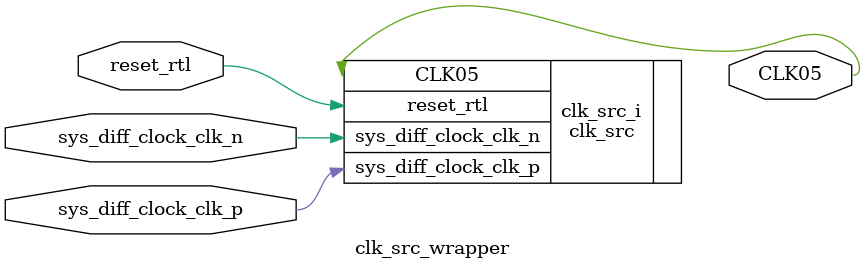
<source format=v>
`timescale 1 ps / 1 ps

module clk_src_wrapper
   (CLK05,
    reset_rtl,
    sys_diff_clock_clk_n,
    sys_diff_clock_clk_p);
  output CLK05;
  input reset_rtl;
  input sys_diff_clock_clk_n;
  input sys_diff_clock_clk_p;

  wire CLK05;
  wire reset_rtl;
  wire sys_diff_clock_clk_n;
  wire sys_diff_clock_clk_p;

clk_src clk_src_i
       (.CLK05(CLK05),
        .reset_rtl(reset_rtl),
        .sys_diff_clock_clk_n(sys_diff_clock_clk_n),
        .sys_diff_clock_clk_p(sys_diff_clock_clk_p));
endmodule

</source>
